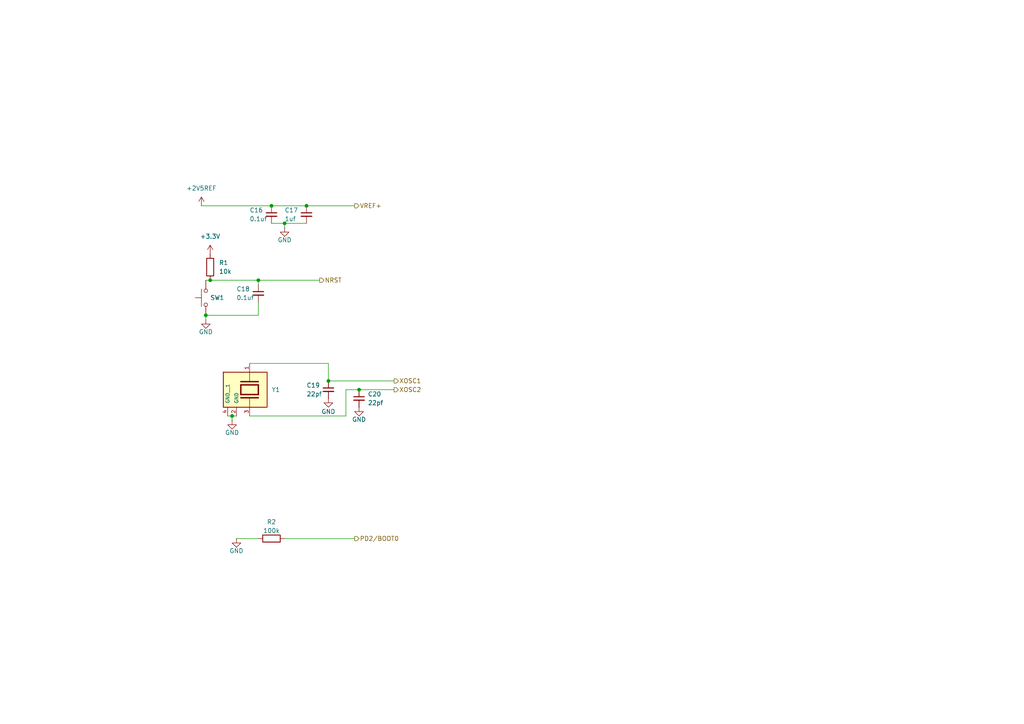
<source format=kicad_sch>
(kicad_sch (version 20250114) (generator "eeschema") (generator_version "9.0")
  (paper "A4")
  (lib_symbols
    (symbol "ABM8G-24.000MHZ-18-D2Y-T:ABM8G-24.000MHZ-18-D2Y-T" (pin_names (offset 1.016))
      (property "Reference" "Y1" (at 0 10.16 0))
      (property "Value" "ABM8G-24.000MHZ-18-D2Y-T" (at 0 7.62 0))
      (symbol "ABM8G-24.000MHZ-18-D2Y-T_0_0"
        (polyline (pts (xy -5.08 0) (xy -2.54 0)) (stroke (width 0.1524)))
        (rectangle (start -5.08 -7.62) (end 5.08 5.08) (stroke (width 0.254)) (fill (type background)))
        (polyline (pts (xy -2.3368 2.54) (xy -2.3368 -2.54)) (stroke (width 0.4064)))
        (polyline (pts (xy -1.397 2.54) (xy -1.397 -2.54)) (stroke (width 0.4064)))
        (polyline (pts (xy -1.397 2.54) (xy 1.397 2.54)) (stroke (width 0.4064)))
        (polyline (pts (xy 1.397 2.54) (xy 1.397 -2.54)) (stroke (width 0.4064)))
        (polyline (pts (xy 1.397 -2.54) (xy -1.397 -2.54)) (stroke (width 0.4064)))
        (polyline (pts (xy 2.3368 2.54) (xy 2.3368 -2.54)) (stroke (width 0.4064)))
        (polyline (pts (xy 2.54 0) (xy 5.08 0)) (stroke (width 0.1524)))
        (pin passive line (at -7.62 0 0) (length 2.54) (name "~") (number "1"))
        (pin passive line (at 7.62 0 180) (length 2.54) (name "~") (number "3"))
        (pin power_in line (at 7.62 -3.81 180) (length 2.54) (name "GND") (number "2"))
        (pin power_in line (at 7.62 -6.35 180) (length 2.54) (name "GND__1") (number "4"))
      )
    )
    (symbol "Device:C_Small" (pin_numbers (hide yes)) (pin_names (offset 0.254) (hide yes))
      (property "Reference" "C" (at 0.254 1.778 0))
      (property "Value" "C_Small" (at 0.254 -2.032 0))
      (symbol "C_Small_0_1"
        (polyline (pts (xy -1.524 0.508) (xy 1.524 0.508)) (stroke (width 0.3048)))
        (polyline (pts (xy -1.524 -0.508) (xy 1.524 -0.508)) (stroke (width 0.3302)))
      )
      (symbol "C_Small_1_1"
        (pin passive line (at 0 2.54 270) (length 2.032) (name "~") (number "1"))
        (pin passive line (at 0 -2.54 90) (length 2.032) (name "~") (number "2"))
      )
    )
    (symbol "Device:R" (pin_numbers (hide yes)) (pin_names (offset 0))
      (property "Reference" "R" (at 2.032 0 90))
      (property "Value" "R" (at 0 0 90))
      (symbol "R_0_1"
        (rectangle (start -1.016 -2.54) (end 1.016 2.54) (stroke (width 0.254)))
      )
      (symbol "R_1_1"
        (pin passive line (at 0 3.81 270) (length 1.27) (name "~") (number "1"))
        (pin passive line (at 0 -3.81 90) (length 1.27) (name "~") (number "2"))
      )
    )
    (symbol "Switch:SW_Push" (pin_numbers (hide yes)) (pin_names (offset 1.016) (hide yes))
      (property "Reference" "SW" (at 1.27 2.54 0))
      (property "Value" "SW_Push" (at 0 -1.524 0))
      (symbol "SW_Push_0_1"
        (circle (center -2.032 0) (radius 0.508))
        (polyline (pts (xy 0 1.27) (xy 0 3.048)))
        (circle (center 2.032 0) (radius 0.508))
        (polyline (pts (xy 2.54 1.27) (xy -2.54 1.27)))
        (pin passive line (at -5.08 0 0) (length 2.54) (name "1") (number "1"))
        (pin passive line (at 5.08 0 180) (length 2.54) (name "2") (number "2"))
      )
    )
    (symbol "power:+2V5" (power) (pin_numbers (hide yes)) (pin_names (offset 0) (hide yes))
      (property "Value" "+2V5" (at 0 3.556 0))
      (symbol "+2V5_0_1"
        (polyline (pts (xy -0.762 1.27) (xy 0 2.54)))
        (polyline (pts (xy 0 2.54) (xy 0.762 1.27)))
        (polyline (pts (xy 0 0) (xy 0 2.54)))
      )
      (symbol "+2V5_1_1"
        (pin power_in line (at 0 0 90) (length 0) (name "~") (number "1"))
      )
    )
    (symbol "power:+3.3V" (power) (pin_numbers (hide yes)) (pin_names (offset 0) (hide yes))
      (property "Value" "+3.3V" (at 0 3.556 0))
      (symbol "+3.3V_0_1"
        (polyline (pts (xy -0.762 1.27) (xy 0 2.54)))
        (polyline (pts (xy 0 2.54) (xy 0.762 1.27)))
        (polyline (pts (xy 0 0) (xy 0 2.54)))
      )
      (symbol "+3.3V_1_1"
        (pin power_in line (at 0 0 90) (length 0) (name "~") (number "1"))
      )
    )
    (symbol "power:GND" (power) (pin_numbers (hide yes)) (pin_names (offset 0) (hide yes))
      (property "Value" "GND" (at 0 -3.81 0))
      (symbol "GND_0_1"
        (polyline (pts (xy 0 0) (xy 0 -1.27) (xy 1.27 -1.27) (xy 0 -2.54) (xy -1.27 -1.27) (xy 0 -1.27)))
      )
      (symbol "GND_1_1"
        (pin power_in line (at 0 0 270) (length 0) (name "~") (number "1"))
      )
    )
  )
  (junction (at 59.69 91.44))
  (junction (at 88.9 59.69))
  (junction (at 82.55 64.77))
  (junction (at 78.74 59.69))
  (junction (at 95.25 110.49))
  (junction (at 104.14 113.03))
  (junction (at 74.93 81.28))
  (junction (at 60.96 81.28))
  (junction (at 67.31 120.65))
  (wire (pts (xy 66.04 120.65) (xy 67.31 120.65)))
  (wire (pts (xy 59.69 91.44) (xy 74.93 91.44)))
  (wire (pts (xy 82.55 66.04) (xy 82.55 64.77)))
  (wire (pts (xy 60.96 81.28) (xy 74.93 81.28)))
  (wire (pts (xy 68.58 156.21) (xy 74.93 156.21)))
  (wire (pts (xy 95.25 105.41) (xy 95.25 110.49)))
  (wire (pts (xy 59.69 81.28) (xy 60.96 81.28)))
  (wire (pts (xy 88.9 59.69) (xy 102.87 59.69)))
  (wire (pts (xy 72.39 120.65) (xy 100.33 120.65)))
  (wire (pts (xy 82.55 156.21) (xy 102.87 156.21)))
  (wire (pts (xy 74.93 81.28) (xy 92.71 81.28)))
  (wire (pts (xy 58.42 59.69) (xy 78.74 59.69)))
  (wire (pts (xy 114.3 110.49) (xy 95.25 110.49)))
  (wire (pts (xy 72.39 105.41) (xy 95.25 105.41)))
  (wire (pts (xy 67.31 121.92) (xy 67.31 120.65)))
  (wire (pts (xy 59.69 92.71) (xy 59.69 91.44)))
  (wire (pts (xy 82.55 64.77) (xy 88.9 64.77)))
  (wire (pts (xy 67.31 120.65) (xy 68.58 120.65)))
  (wire (pts (xy 78.74 64.77) (xy 82.55 64.77)))
  (wire (pts (xy 100.33 120.65) (xy 100.33 113.03)))
  (wire (pts (xy 100.33 113.03) (xy 104.14 113.03)))
  (wire (pts (xy 74.93 81.28) (xy 74.93 82.55)))
  (wire (pts (xy 78.74 59.69) (xy 88.9 59.69)))
  (wire (pts (xy 74.93 87.63) (xy 74.93 91.44)))
  (wire (pts (xy 104.14 113.03) (xy 114.3 113.03)))
  (hierarchical_label "XOSC2" (shape output) (at 114.3 113.03 0))
  (hierarchical_label "PD2{slash}BOOT0" (shape output) (at 102.87 156.21 0))
  (hierarchical_label "VREF+" (shape output) (at 102.87 59.69 0))
  (hierarchical_label "NRST" (shape output) (at 92.71 81.28 0))
  (hierarchical_label "XOSC1" (shape output) (at 114.3 110.49 0))
  (symbol (lib_id "Device:C_Small") (at 95.25 113.03 0) (unit 1)
    (property "Reference" "C19" (at 88.9 111.76 0) (effects (justify left)))
    (property "Value" "22pf" (at 88.9 114.3 0) (effects (justify left)))
    (property "Footprint" "Capacitor_SMD:C_0603_1608Metric" (effects (hide yes)))
    (property "Description" "Unpolarized capacitor, small symbol" (effects (hide yes)))
  )
  (symbol (lib_id "power:GND") (at 82.55 66.04 0) (unit 1)
    (property "Reference" "#PWR039" (effects (hide yes)))
    (property "Value" "GND" (at 82.55 69.596 0))
    (property "Description" "Power symbol creates a global label with name \"GND\" , ground" (effects (hide yes)))
  )
  (symbol (lib_id "power:GND") (at 59.69 92.71 0) (unit 1)
    (property "Reference" "#PWR041" (effects (hide yes)))
    (property "Value" "GND" (at 59.69 96.266 0))
    (property "Description" "Power symbol creates a global label with name \"GND\" , ground" (effects (hide yes)))
  )
  (symbol (lib_id "ABM8G-24.000MHZ-18-D2Y-T:ABM8G-24.000MHZ-18-D2Y-T") (at 72.39 113.03 270) (unit 1)
    (property "Reference" "Y1" (at 78.74 113.0299 90) (effects (justify left)))
    (property "Value" "ABM8G-24.000MHZ-18-D2Y-T" (effects (hide yes)))
    (property "Footprint" "Crystal:Crystal_SMD_Abracon_ABM8G-4Pin_3.2x2.5mm" (effects (hide yes)))
    (property "PARTREV" "08.13.15" (effects (hide yes)))
    (property "STANDARD" "Manufacturer Recommendations" (effects (hide yes)))
    (property "MAXIMUM_PACKAGE_HEIGHT" "1.0 mm" (effects (hide yes)))
    (property "MANUFACTURER" "Abracon" (effects (hide yes)))
  )
  (symbol (lib_id "power:+3.3V") (at 60.96 73.66 0) (unit 1)
    (property "Reference" "#PWR040" (effects (hide yes)))
    (property "Value" "+3.3V" (at 60.96 68.58 0))
    (property "Description" "Power symbol creates a global label with name \"+3.3V\"" (effects (hide yes)))
  )
  (symbol (lib_id "Device:C_Small") (at 74.93 85.09 0) (unit 1)
    (property "Reference" "C18" (at 68.58 83.82 0) (effects (justify left)))
    (property "Value" "0.1uf" (at 68.58 86.36 0) (effects (justify left)))
    (property "Footprint" "Capacitor_SMD:C_0603_1608Metric" (effects (hide yes)))
    (property "Description" "Unpolarized capacitor, small symbol" (effects (hide yes)))
  )
  (symbol (lib_id "power:GND") (at 67.31 121.92 0) (unit 1)
    (property "Reference" "#PWR044" (effects (hide yes)))
    (property "Value" "GND" (at 67.31 125.476 0))
    (property "Description" "Power symbol creates a global label with name \"GND\" , ground" (effects (hide yes)))
  )
  (symbol (lib_id "Device:C_Small") (at 88.9 62.23 0) (unit 1)
    (property "Reference" "C17" (at 82.55 60.96 0) (effects (justify left)))
    (property "Value" "1uf" (at 82.55 63.5 0) (effects (justify left)))
    (property "Footprint" "Capacitor_SMD:C_0603_1608Metric" (effects (hide yes)))
    (property "Description" "Unpolarized capacitor, small symbol" (effects (hide yes)))
  )
  (symbol (lib_id "Device:R") (at 60.96 77.47 0) (unit 1)
    (property "Reference" "R1" (at 63.5 76.1999 0) (effects (justify left)))
    (property "Value" "10k" (at 63.5 78.7399 0) (effects (justify left)))
    (property "Footprint" "Resistor_SMD:R_0603_1608Metric" (effects (hide yes)))
    (property "Description" "Resistor" (effects (hide yes)))
  )
  (symbol (lib_id "power:GND") (at 68.58 156.21 0) (unit 1)
    (property "Reference" "#PWR045" (effects (hide yes)))
    (property "Value" "GND" (at 68.58 159.766 0))
    (property "Description" "Power symbol creates a global label with name \"GND\" , ground" (effects (hide yes)))
  )
  (symbol (lib_id "Switch:SW_Push") (at 59.69 86.36 90) (unit 1)
    (property "Reference" "SW1" (at 60.96 86.3599 90) (effects (justify right)))
    (property "Value" "TS-1088-AR02016" (effects (hide yes)))
    (property "Footprint" "Button_Switch_SMD:SW_SPST_TS-1088-xR025" (effects (hide yes)))
    (property "Description" "Push button switch, generic, two pins" (effects (hide yes)))
  )
  (symbol (lib_id "power:+2V5") (at 58.42 59.69 0) (unit 1)
    (property "Reference" "#PWR038" (effects (hide yes)))
    (property "Value" "+2V5REF" (at 58.42 54.61 0))
    (property "Description" "Power symbol creates a global label with name \"+2V5\"" (effects (hide yes)))
  )
  (symbol (lib_id "Device:C_Small") (at 104.14 115.57 0) (unit 1)
    (property "Reference" "C20" (at 106.68 114.3062 0) (effects (justify left)))
    (property "Value" "22pf" (at 106.68 116.8462 0) (effects (justify left)))
    (property "Footprint" "Capacitor_SMD:C_0603_1608Metric" (effects (hide yes)))
    (property "Description" "Unpolarized capacitor, small symbol" (effects (hide yes)))
  )
  (symbol (lib_id "Device:R") (at 78.74 156.21 90) (unit 1)
    (property "Reference" "R2" (at 78.74 151.384 90))
    (property "Value" "100k" (at 78.74 153.924 90))
    (property "Footprint" "Resistor_SMD:R_0603_1608Metric" (effects (hide yes)))
    (property "Description" "Resistor" (effects (hide yes)))
  )
  (symbol (lib_id "power:GND") (at 95.25 115.57 0) (unit 1)
    (property "Reference" "#PWR042" (effects (hide yes)))
    (property "Value" "GND" (at 95.25 119.38 0))
    (property "Description" "Power symbol creates a global label with name \"GND\" , ground" (effects (hide yes)))
  )
  (symbol (lib_id "power:GND") (at 104.14 118.11 0) (unit 1)
    (property "Reference" "#PWR043" (effects (hide yes)))
    (property "Value" "GND" (at 104.14 121.666 0))
    (property "Description" "Power symbol creates a global label with name \"GND\" , ground" (effects (hide yes)))
  )
  (symbol (lib_id "Device:C_Small") (at 78.74 62.23 0) (unit 1)
    (property "Reference" "C16" (at 72.39 60.96 0) (effects (justify left)))
    (property "Value" "0.1uf" (at 72.39 63.5 0) (effects (justify left)))
    (property "Footprint" "Capacitor_SMD:C_0603_1608Metric" (effects (hide yes)))
    (property "Description" "Unpolarized capacitor, small symbol" (effects (hide yes)))
  )
)
</source>
